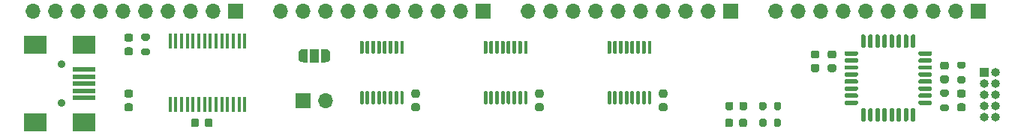
<source format=gbr>
%TF.GenerationSoftware,KiCad,Pcbnew,(5.1.9)-1*%
%TF.CreationDate,2021-05-23T15:32:32+02:00*%
%TF.ProjectId,Engine_Test,456e6769-6e65-45f5-9465-73742e6b6963,rev?*%
%TF.SameCoordinates,Original*%
%TF.FileFunction,Soldermask,Top*%
%TF.FilePolarity,Negative*%
%FSLAX46Y46*%
G04 Gerber Fmt 4.6, Leading zero omitted, Abs format (unit mm)*
G04 Created by KiCad (PCBNEW (5.1.9)-1) date 2021-05-23 15:32:32*
%MOMM*%
%LPD*%
G01*
G04 APERTURE LIST*
%ADD10C,0.900000*%
%ADD11R,2.500000X0.500000*%
%ADD12R,2.500000X2.000000*%
%ADD13O,1.700000X1.700000*%
%ADD14R,1.700000X1.700000*%
%ADD15O,1.000000X1.000000*%
%ADD16R,1.000000X1.000000*%
%ADD17R,0.450000X1.750000*%
%ADD18R,1.000000X1.500000*%
%ADD19C,0.100000*%
G04 APERTURE END LIST*
D10*
%TO.C,J2*%
X116205000Y-105705000D03*
X116205000Y-101305000D03*
D11*
X118805000Y-105105000D03*
X118805000Y-104305000D03*
X118805000Y-103505000D03*
X118805000Y-102705000D03*
X118805000Y-101905000D03*
D12*
X118805000Y-107905000D03*
X118805000Y-99105000D03*
X113305000Y-107905000D03*
X113305000Y-99105000D03*
%TD*%
D13*
%TO.C,J1*%
X146050000Y-105410000D03*
D14*
X143510000Y-105410000D03*
%TD*%
%TO.C,U1*%
G36*
G01*
X212600000Y-106420000D02*
X212600000Y-107670000D01*
G75*
G02*
X212475000Y-107795000I-125000J0D01*
G01*
X212225000Y-107795000D01*
G75*
G02*
X212100000Y-107670000I0J125000D01*
G01*
X212100000Y-106420000D01*
G75*
G02*
X212225000Y-106295000I125000J0D01*
G01*
X212475000Y-106295000D01*
G75*
G02*
X212600000Y-106420000I0J-125000D01*
G01*
G37*
G36*
G01*
X211800000Y-106420000D02*
X211800000Y-107670000D01*
G75*
G02*
X211675000Y-107795000I-125000J0D01*
G01*
X211425000Y-107795000D01*
G75*
G02*
X211300000Y-107670000I0J125000D01*
G01*
X211300000Y-106420000D01*
G75*
G02*
X211425000Y-106295000I125000J0D01*
G01*
X211675000Y-106295000D01*
G75*
G02*
X211800000Y-106420000I0J-125000D01*
G01*
G37*
G36*
G01*
X211000000Y-106420000D02*
X211000000Y-107670000D01*
G75*
G02*
X210875000Y-107795000I-125000J0D01*
G01*
X210625000Y-107795000D01*
G75*
G02*
X210500000Y-107670000I0J125000D01*
G01*
X210500000Y-106420000D01*
G75*
G02*
X210625000Y-106295000I125000J0D01*
G01*
X210875000Y-106295000D01*
G75*
G02*
X211000000Y-106420000I0J-125000D01*
G01*
G37*
G36*
G01*
X210200000Y-106420000D02*
X210200000Y-107670000D01*
G75*
G02*
X210075000Y-107795000I-125000J0D01*
G01*
X209825000Y-107795000D01*
G75*
G02*
X209700000Y-107670000I0J125000D01*
G01*
X209700000Y-106420000D01*
G75*
G02*
X209825000Y-106295000I125000J0D01*
G01*
X210075000Y-106295000D01*
G75*
G02*
X210200000Y-106420000I0J-125000D01*
G01*
G37*
G36*
G01*
X209400000Y-106420000D02*
X209400000Y-107670000D01*
G75*
G02*
X209275000Y-107795000I-125000J0D01*
G01*
X209025000Y-107795000D01*
G75*
G02*
X208900000Y-107670000I0J125000D01*
G01*
X208900000Y-106420000D01*
G75*
G02*
X209025000Y-106295000I125000J0D01*
G01*
X209275000Y-106295000D01*
G75*
G02*
X209400000Y-106420000I0J-125000D01*
G01*
G37*
G36*
G01*
X208600000Y-106420000D02*
X208600000Y-107670000D01*
G75*
G02*
X208475000Y-107795000I-125000J0D01*
G01*
X208225000Y-107795000D01*
G75*
G02*
X208100000Y-107670000I0J125000D01*
G01*
X208100000Y-106420000D01*
G75*
G02*
X208225000Y-106295000I125000J0D01*
G01*
X208475000Y-106295000D01*
G75*
G02*
X208600000Y-106420000I0J-125000D01*
G01*
G37*
G36*
G01*
X207800000Y-106420000D02*
X207800000Y-107670000D01*
G75*
G02*
X207675000Y-107795000I-125000J0D01*
G01*
X207425000Y-107795000D01*
G75*
G02*
X207300000Y-107670000I0J125000D01*
G01*
X207300000Y-106420000D01*
G75*
G02*
X207425000Y-106295000I125000J0D01*
G01*
X207675000Y-106295000D01*
G75*
G02*
X207800000Y-106420000I0J-125000D01*
G01*
G37*
G36*
G01*
X207000000Y-106420000D02*
X207000000Y-107670000D01*
G75*
G02*
X206875000Y-107795000I-125000J0D01*
G01*
X206625000Y-107795000D01*
G75*
G02*
X206500000Y-107670000I0J125000D01*
G01*
X206500000Y-106420000D01*
G75*
G02*
X206625000Y-106295000I125000J0D01*
G01*
X206875000Y-106295000D01*
G75*
G02*
X207000000Y-106420000I0J-125000D01*
G01*
G37*
G36*
G01*
X206125000Y-105545000D02*
X206125000Y-105795000D01*
G75*
G02*
X206000000Y-105920000I-125000J0D01*
G01*
X204750000Y-105920000D01*
G75*
G02*
X204625000Y-105795000I0J125000D01*
G01*
X204625000Y-105545000D01*
G75*
G02*
X204750000Y-105420000I125000J0D01*
G01*
X206000000Y-105420000D01*
G75*
G02*
X206125000Y-105545000I0J-125000D01*
G01*
G37*
G36*
G01*
X206125000Y-104745000D02*
X206125000Y-104995000D01*
G75*
G02*
X206000000Y-105120000I-125000J0D01*
G01*
X204750000Y-105120000D01*
G75*
G02*
X204625000Y-104995000I0J125000D01*
G01*
X204625000Y-104745000D01*
G75*
G02*
X204750000Y-104620000I125000J0D01*
G01*
X206000000Y-104620000D01*
G75*
G02*
X206125000Y-104745000I0J-125000D01*
G01*
G37*
G36*
G01*
X206125000Y-103945000D02*
X206125000Y-104195000D01*
G75*
G02*
X206000000Y-104320000I-125000J0D01*
G01*
X204750000Y-104320000D01*
G75*
G02*
X204625000Y-104195000I0J125000D01*
G01*
X204625000Y-103945000D01*
G75*
G02*
X204750000Y-103820000I125000J0D01*
G01*
X206000000Y-103820000D01*
G75*
G02*
X206125000Y-103945000I0J-125000D01*
G01*
G37*
G36*
G01*
X206125000Y-103145000D02*
X206125000Y-103395000D01*
G75*
G02*
X206000000Y-103520000I-125000J0D01*
G01*
X204750000Y-103520000D01*
G75*
G02*
X204625000Y-103395000I0J125000D01*
G01*
X204625000Y-103145000D01*
G75*
G02*
X204750000Y-103020000I125000J0D01*
G01*
X206000000Y-103020000D01*
G75*
G02*
X206125000Y-103145000I0J-125000D01*
G01*
G37*
G36*
G01*
X206125000Y-102345000D02*
X206125000Y-102595000D01*
G75*
G02*
X206000000Y-102720000I-125000J0D01*
G01*
X204750000Y-102720000D01*
G75*
G02*
X204625000Y-102595000I0J125000D01*
G01*
X204625000Y-102345000D01*
G75*
G02*
X204750000Y-102220000I125000J0D01*
G01*
X206000000Y-102220000D01*
G75*
G02*
X206125000Y-102345000I0J-125000D01*
G01*
G37*
G36*
G01*
X206125000Y-101545000D02*
X206125000Y-101795000D01*
G75*
G02*
X206000000Y-101920000I-125000J0D01*
G01*
X204750000Y-101920000D01*
G75*
G02*
X204625000Y-101795000I0J125000D01*
G01*
X204625000Y-101545000D01*
G75*
G02*
X204750000Y-101420000I125000J0D01*
G01*
X206000000Y-101420000D01*
G75*
G02*
X206125000Y-101545000I0J-125000D01*
G01*
G37*
G36*
G01*
X206125000Y-100745000D02*
X206125000Y-100995000D01*
G75*
G02*
X206000000Y-101120000I-125000J0D01*
G01*
X204750000Y-101120000D01*
G75*
G02*
X204625000Y-100995000I0J125000D01*
G01*
X204625000Y-100745000D01*
G75*
G02*
X204750000Y-100620000I125000J0D01*
G01*
X206000000Y-100620000D01*
G75*
G02*
X206125000Y-100745000I0J-125000D01*
G01*
G37*
G36*
G01*
X206125000Y-99945000D02*
X206125000Y-100195000D01*
G75*
G02*
X206000000Y-100320000I-125000J0D01*
G01*
X204750000Y-100320000D01*
G75*
G02*
X204625000Y-100195000I0J125000D01*
G01*
X204625000Y-99945000D01*
G75*
G02*
X204750000Y-99820000I125000J0D01*
G01*
X206000000Y-99820000D01*
G75*
G02*
X206125000Y-99945000I0J-125000D01*
G01*
G37*
G36*
G01*
X207000000Y-98070000D02*
X207000000Y-99320000D01*
G75*
G02*
X206875000Y-99445000I-125000J0D01*
G01*
X206625000Y-99445000D01*
G75*
G02*
X206500000Y-99320000I0J125000D01*
G01*
X206500000Y-98070000D01*
G75*
G02*
X206625000Y-97945000I125000J0D01*
G01*
X206875000Y-97945000D01*
G75*
G02*
X207000000Y-98070000I0J-125000D01*
G01*
G37*
G36*
G01*
X207800000Y-98070000D02*
X207800000Y-99320000D01*
G75*
G02*
X207675000Y-99445000I-125000J0D01*
G01*
X207425000Y-99445000D01*
G75*
G02*
X207300000Y-99320000I0J125000D01*
G01*
X207300000Y-98070000D01*
G75*
G02*
X207425000Y-97945000I125000J0D01*
G01*
X207675000Y-97945000D01*
G75*
G02*
X207800000Y-98070000I0J-125000D01*
G01*
G37*
G36*
G01*
X208600000Y-98070000D02*
X208600000Y-99320000D01*
G75*
G02*
X208475000Y-99445000I-125000J0D01*
G01*
X208225000Y-99445000D01*
G75*
G02*
X208100000Y-99320000I0J125000D01*
G01*
X208100000Y-98070000D01*
G75*
G02*
X208225000Y-97945000I125000J0D01*
G01*
X208475000Y-97945000D01*
G75*
G02*
X208600000Y-98070000I0J-125000D01*
G01*
G37*
G36*
G01*
X209400000Y-98070000D02*
X209400000Y-99320000D01*
G75*
G02*
X209275000Y-99445000I-125000J0D01*
G01*
X209025000Y-99445000D01*
G75*
G02*
X208900000Y-99320000I0J125000D01*
G01*
X208900000Y-98070000D01*
G75*
G02*
X209025000Y-97945000I125000J0D01*
G01*
X209275000Y-97945000D01*
G75*
G02*
X209400000Y-98070000I0J-125000D01*
G01*
G37*
G36*
G01*
X210200000Y-98070000D02*
X210200000Y-99320000D01*
G75*
G02*
X210075000Y-99445000I-125000J0D01*
G01*
X209825000Y-99445000D01*
G75*
G02*
X209700000Y-99320000I0J125000D01*
G01*
X209700000Y-98070000D01*
G75*
G02*
X209825000Y-97945000I125000J0D01*
G01*
X210075000Y-97945000D01*
G75*
G02*
X210200000Y-98070000I0J-125000D01*
G01*
G37*
G36*
G01*
X211000000Y-98070000D02*
X211000000Y-99320000D01*
G75*
G02*
X210875000Y-99445000I-125000J0D01*
G01*
X210625000Y-99445000D01*
G75*
G02*
X210500000Y-99320000I0J125000D01*
G01*
X210500000Y-98070000D01*
G75*
G02*
X210625000Y-97945000I125000J0D01*
G01*
X210875000Y-97945000D01*
G75*
G02*
X211000000Y-98070000I0J-125000D01*
G01*
G37*
G36*
G01*
X211800000Y-98070000D02*
X211800000Y-99320000D01*
G75*
G02*
X211675000Y-99445000I-125000J0D01*
G01*
X211425000Y-99445000D01*
G75*
G02*
X211300000Y-99320000I0J125000D01*
G01*
X211300000Y-98070000D01*
G75*
G02*
X211425000Y-97945000I125000J0D01*
G01*
X211675000Y-97945000D01*
G75*
G02*
X211800000Y-98070000I0J-125000D01*
G01*
G37*
G36*
G01*
X212600000Y-98070000D02*
X212600000Y-99320000D01*
G75*
G02*
X212475000Y-99445000I-125000J0D01*
G01*
X212225000Y-99445000D01*
G75*
G02*
X212100000Y-99320000I0J125000D01*
G01*
X212100000Y-98070000D01*
G75*
G02*
X212225000Y-97945000I125000J0D01*
G01*
X212475000Y-97945000D01*
G75*
G02*
X212600000Y-98070000I0J-125000D01*
G01*
G37*
G36*
G01*
X214475000Y-99945000D02*
X214475000Y-100195000D01*
G75*
G02*
X214350000Y-100320000I-125000J0D01*
G01*
X213100000Y-100320000D01*
G75*
G02*
X212975000Y-100195000I0J125000D01*
G01*
X212975000Y-99945000D01*
G75*
G02*
X213100000Y-99820000I125000J0D01*
G01*
X214350000Y-99820000D01*
G75*
G02*
X214475000Y-99945000I0J-125000D01*
G01*
G37*
G36*
G01*
X214475000Y-100745000D02*
X214475000Y-100995000D01*
G75*
G02*
X214350000Y-101120000I-125000J0D01*
G01*
X213100000Y-101120000D01*
G75*
G02*
X212975000Y-100995000I0J125000D01*
G01*
X212975000Y-100745000D01*
G75*
G02*
X213100000Y-100620000I125000J0D01*
G01*
X214350000Y-100620000D01*
G75*
G02*
X214475000Y-100745000I0J-125000D01*
G01*
G37*
G36*
G01*
X214475000Y-101545000D02*
X214475000Y-101795000D01*
G75*
G02*
X214350000Y-101920000I-125000J0D01*
G01*
X213100000Y-101920000D01*
G75*
G02*
X212975000Y-101795000I0J125000D01*
G01*
X212975000Y-101545000D01*
G75*
G02*
X213100000Y-101420000I125000J0D01*
G01*
X214350000Y-101420000D01*
G75*
G02*
X214475000Y-101545000I0J-125000D01*
G01*
G37*
G36*
G01*
X214475000Y-102345000D02*
X214475000Y-102595000D01*
G75*
G02*
X214350000Y-102720000I-125000J0D01*
G01*
X213100000Y-102720000D01*
G75*
G02*
X212975000Y-102595000I0J125000D01*
G01*
X212975000Y-102345000D01*
G75*
G02*
X213100000Y-102220000I125000J0D01*
G01*
X214350000Y-102220000D01*
G75*
G02*
X214475000Y-102345000I0J-125000D01*
G01*
G37*
G36*
G01*
X214475000Y-103145000D02*
X214475000Y-103395000D01*
G75*
G02*
X214350000Y-103520000I-125000J0D01*
G01*
X213100000Y-103520000D01*
G75*
G02*
X212975000Y-103395000I0J125000D01*
G01*
X212975000Y-103145000D01*
G75*
G02*
X213100000Y-103020000I125000J0D01*
G01*
X214350000Y-103020000D01*
G75*
G02*
X214475000Y-103145000I0J-125000D01*
G01*
G37*
G36*
G01*
X214475000Y-103945000D02*
X214475000Y-104195000D01*
G75*
G02*
X214350000Y-104320000I-125000J0D01*
G01*
X213100000Y-104320000D01*
G75*
G02*
X212975000Y-104195000I0J125000D01*
G01*
X212975000Y-103945000D01*
G75*
G02*
X213100000Y-103820000I125000J0D01*
G01*
X214350000Y-103820000D01*
G75*
G02*
X214475000Y-103945000I0J-125000D01*
G01*
G37*
G36*
G01*
X214475000Y-104745000D02*
X214475000Y-104995000D01*
G75*
G02*
X214350000Y-105120000I-125000J0D01*
G01*
X213100000Y-105120000D01*
G75*
G02*
X212975000Y-104995000I0J125000D01*
G01*
X212975000Y-104745000D01*
G75*
G02*
X213100000Y-104620000I125000J0D01*
G01*
X214350000Y-104620000D01*
G75*
G02*
X214475000Y-104745000I0J-125000D01*
G01*
G37*
G36*
G01*
X214475000Y-105545000D02*
X214475000Y-105795000D01*
G75*
G02*
X214350000Y-105920000I-125000J0D01*
G01*
X213100000Y-105920000D01*
G75*
G02*
X212975000Y-105795000I0J125000D01*
G01*
X212975000Y-105545000D01*
G75*
G02*
X213100000Y-105420000I125000J0D01*
G01*
X214350000Y-105420000D01*
G75*
G02*
X214475000Y-105545000I0J-125000D01*
G01*
G37*
%TD*%
D15*
%TO.C,J3*%
X221615000Y-107315000D03*
X220345000Y-107315000D03*
X221615000Y-106045000D03*
X220345000Y-106045000D03*
X221615000Y-104775000D03*
X220345000Y-104775000D03*
X221615000Y-103505000D03*
X220345000Y-103505000D03*
X221615000Y-102235000D03*
D16*
X220345000Y-102235000D03*
%TD*%
%TO.C,U5*%
G36*
G01*
X168545000Y-104360000D02*
X168745000Y-104360000D01*
G75*
G02*
X168845000Y-104460000I0J-100000D01*
G01*
X168845000Y-105735000D01*
G75*
G02*
X168745000Y-105835000I-100000J0D01*
G01*
X168545000Y-105835000D01*
G75*
G02*
X168445000Y-105735000I0J100000D01*
G01*
X168445000Y-104460000D01*
G75*
G02*
X168545000Y-104360000I100000J0D01*
G01*
G37*
G36*
G01*
X167895000Y-104360000D02*
X168095000Y-104360000D01*
G75*
G02*
X168195000Y-104460000I0J-100000D01*
G01*
X168195000Y-105735000D01*
G75*
G02*
X168095000Y-105835000I-100000J0D01*
G01*
X167895000Y-105835000D01*
G75*
G02*
X167795000Y-105735000I0J100000D01*
G01*
X167795000Y-104460000D01*
G75*
G02*
X167895000Y-104360000I100000J0D01*
G01*
G37*
G36*
G01*
X167245000Y-104360000D02*
X167445000Y-104360000D01*
G75*
G02*
X167545000Y-104460000I0J-100000D01*
G01*
X167545000Y-105735000D01*
G75*
G02*
X167445000Y-105835000I-100000J0D01*
G01*
X167245000Y-105835000D01*
G75*
G02*
X167145000Y-105735000I0J100000D01*
G01*
X167145000Y-104460000D01*
G75*
G02*
X167245000Y-104360000I100000J0D01*
G01*
G37*
G36*
G01*
X166595000Y-104360000D02*
X166795000Y-104360000D01*
G75*
G02*
X166895000Y-104460000I0J-100000D01*
G01*
X166895000Y-105735000D01*
G75*
G02*
X166795000Y-105835000I-100000J0D01*
G01*
X166595000Y-105835000D01*
G75*
G02*
X166495000Y-105735000I0J100000D01*
G01*
X166495000Y-104460000D01*
G75*
G02*
X166595000Y-104360000I100000J0D01*
G01*
G37*
G36*
G01*
X165945000Y-104360000D02*
X166145000Y-104360000D01*
G75*
G02*
X166245000Y-104460000I0J-100000D01*
G01*
X166245000Y-105735000D01*
G75*
G02*
X166145000Y-105835000I-100000J0D01*
G01*
X165945000Y-105835000D01*
G75*
G02*
X165845000Y-105735000I0J100000D01*
G01*
X165845000Y-104460000D01*
G75*
G02*
X165945000Y-104360000I100000J0D01*
G01*
G37*
G36*
G01*
X165295000Y-104360000D02*
X165495000Y-104360000D01*
G75*
G02*
X165595000Y-104460000I0J-100000D01*
G01*
X165595000Y-105735000D01*
G75*
G02*
X165495000Y-105835000I-100000J0D01*
G01*
X165295000Y-105835000D01*
G75*
G02*
X165195000Y-105735000I0J100000D01*
G01*
X165195000Y-104460000D01*
G75*
G02*
X165295000Y-104360000I100000J0D01*
G01*
G37*
G36*
G01*
X164645000Y-104360000D02*
X164845000Y-104360000D01*
G75*
G02*
X164945000Y-104460000I0J-100000D01*
G01*
X164945000Y-105735000D01*
G75*
G02*
X164845000Y-105835000I-100000J0D01*
G01*
X164645000Y-105835000D01*
G75*
G02*
X164545000Y-105735000I0J100000D01*
G01*
X164545000Y-104460000D01*
G75*
G02*
X164645000Y-104360000I100000J0D01*
G01*
G37*
G36*
G01*
X163995000Y-104360000D02*
X164195000Y-104360000D01*
G75*
G02*
X164295000Y-104460000I0J-100000D01*
G01*
X164295000Y-105735000D01*
G75*
G02*
X164195000Y-105835000I-100000J0D01*
G01*
X163995000Y-105835000D01*
G75*
G02*
X163895000Y-105735000I0J100000D01*
G01*
X163895000Y-104460000D01*
G75*
G02*
X163995000Y-104360000I100000J0D01*
G01*
G37*
G36*
G01*
X163995000Y-98635000D02*
X164195000Y-98635000D01*
G75*
G02*
X164295000Y-98735000I0J-100000D01*
G01*
X164295000Y-100010000D01*
G75*
G02*
X164195000Y-100110000I-100000J0D01*
G01*
X163995000Y-100110000D01*
G75*
G02*
X163895000Y-100010000I0J100000D01*
G01*
X163895000Y-98735000D01*
G75*
G02*
X163995000Y-98635000I100000J0D01*
G01*
G37*
G36*
G01*
X164645000Y-98635000D02*
X164845000Y-98635000D01*
G75*
G02*
X164945000Y-98735000I0J-100000D01*
G01*
X164945000Y-100010000D01*
G75*
G02*
X164845000Y-100110000I-100000J0D01*
G01*
X164645000Y-100110000D01*
G75*
G02*
X164545000Y-100010000I0J100000D01*
G01*
X164545000Y-98735000D01*
G75*
G02*
X164645000Y-98635000I100000J0D01*
G01*
G37*
G36*
G01*
X165295000Y-98635000D02*
X165495000Y-98635000D01*
G75*
G02*
X165595000Y-98735000I0J-100000D01*
G01*
X165595000Y-100010000D01*
G75*
G02*
X165495000Y-100110000I-100000J0D01*
G01*
X165295000Y-100110000D01*
G75*
G02*
X165195000Y-100010000I0J100000D01*
G01*
X165195000Y-98735000D01*
G75*
G02*
X165295000Y-98635000I100000J0D01*
G01*
G37*
G36*
G01*
X165945000Y-98635000D02*
X166145000Y-98635000D01*
G75*
G02*
X166245000Y-98735000I0J-100000D01*
G01*
X166245000Y-100010000D01*
G75*
G02*
X166145000Y-100110000I-100000J0D01*
G01*
X165945000Y-100110000D01*
G75*
G02*
X165845000Y-100010000I0J100000D01*
G01*
X165845000Y-98735000D01*
G75*
G02*
X165945000Y-98635000I100000J0D01*
G01*
G37*
G36*
G01*
X166595000Y-98635000D02*
X166795000Y-98635000D01*
G75*
G02*
X166895000Y-98735000I0J-100000D01*
G01*
X166895000Y-100010000D01*
G75*
G02*
X166795000Y-100110000I-100000J0D01*
G01*
X166595000Y-100110000D01*
G75*
G02*
X166495000Y-100010000I0J100000D01*
G01*
X166495000Y-98735000D01*
G75*
G02*
X166595000Y-98635000I100000J0D01*
G01*
G37*
G36*
G01*
X167245000Y-98635000D02*
X167445000Y-98635000D01*
G75*
G02*
X167545000Y-98735000I0J-100000D01*
G01*
X167545000Y-100010000D01*
G75*
G02*
X167445000Y-100110000I-100000J0D01*
G01*
X167245000Y-100110000D01*
G75*
G02*
X167145000Y-100010000I0J100000D01*
G01*
X167145000Y-98735000D01*
G75*
G02*
X167245000Y-98635000I100000J0D01*
G01*
G37*
G36*
G01*
X167895000Y-98635000D02*
X168095000Y-98635000D01*
G75*
G02*
X168195000Y-98735000I0J-100000D01*
G01*
X168195000Y-100010000D01*
G75*
G02*
X168095000Y-100110000I-100000J0D01*
G01*
X167895000Y-100110000D01*
G75*
G02*
X167795000Y-100010000I0J100000D01*
G01*
X167795000Y-98735000D01*
G75*
G02*
X167895000Y-98635000I100000J0D01*
G01*
G37*
G36*
G01*
X168545000Y-98635000D02*
X168745000Y-98635000D01*
G75*
G02*
X168845000Y-98735000I0J-100000D01*
G01*
X168845000Y-100010000D01*
G75*
G02*
X168745000Y-100110000I-100000J0D01*
G01*
X168545000Y-100110000D01*
G75*
G02*
X168445000Y-100010000I0J100000D01*
G01*
X168445000Y-98735000D01*
G75*
G02*
X168545000Y-98635000I100000J0D01*
G01*
G37*
%TD*%
%TO.C,U4*%
G36*
G01*
X182515000Y-104360000D02*
X182715000Y-104360000D01*
G75*
G02*
X182815000Y-104460000I0J-100000D01*
G01*
X182815000Y-105735000D01*
G75*
G02*
X182715000Y-105835000I-100000J0D01*
G01*
X182515000Y-105835000D01*
G75*
G02*
X182415000Y-105735000I0J100000D01*
G01*
X182415000Y-104460000D01*
G75*
G02*
X182515000Y-104360000I100000J0D01*
G01*
G37*
G36*
G01*
X181865000Y-104360000D02*
X182065000Y-104360000D01*
G75*
G02*
X182165000Y-104460000I0J-100000D01*
G01*
X182165000Y-105735000D01*
G75*
G02*
X182065000Y-105835000I-100000J0D01*
G01*
X181865000Y-105835000D01*
G75*
G02*
X181765000Y-105735000I0J100000D01*
G01*
X181765000Y-104460000D01*
G75*
G02*
X181865000Y-104360000I100000J0D01*
G01*
G37*
G36*
G01*
X181215000Y-104360000D02*
X181415000Y-104360000D01*
G75*
G02*
X181515000Y-104460000I0J-100000D01*
G01*
X181515000Y-105735000D01*
G75*
G02*
X181415000Y-105835000I-100000J0D01*
G01*
X181215000Y-105835000D01*
G75*
G02*
X181115000Y-105735000I0J100000D01*
G01*
X181115000Y-104460000D01*
G75*
G02*
X181215000Y-104360000I100000J0D01*
G01*
G37*
G36*
G01*
X180565000Y-104360000D02*
X180765000Y-104360000D01*
G75*
G02*
X180865000Y-104460000I0J-100000D01*
G01*
X180865000Y-105735000D01*
G75*
G02*
X180765000Y-105835000I-100000J0D01*
G01*
X180565000Y-105835000D01*
G75*
G02*
X180465000Y-105735000I0J100000D01*
G01*
X180465000Y-104460000D01*
G75*
G02*
X180565000Y-104360000I100000J0D01*
G01*
G37*
G36*
G01*
X179915000Y-104360000D02*
X180115000Y-104360000D01*
G75*
G02*
X180215000Y-104460000I0J-100000D01*
G01*
X180215000Y-105735000D01*
G75*
G02*
X180115000Y-105835000I-100000J0D01*
G01*
X179915000Y-105835000D01*
G75*
G02*
X179815000Y-105735000I0J100000D01*
G01*
X179815000Y-104460000D01*
G75*
G02*
X179915000Y-104360000I100000J0D01*
G01*
G37*
G36*
G01*
X179265000Y-104360000D02*
X179465000Y-104360000D01*
G75*
G02*
X179565000Y-104460000I0J-100000D01*
G01*
X179565000Y-105735000D01*
G75*
G02*
X179465000Y-105835000I-100000J0D01*
G01*
X179265000Y-105835000D01*
G75*
G02*
X179165000Y-105735000I0J100000D01*
G01*
X179165000Y-104460000D01*
G75*
G02*
X179265000Y-104360000I100000J0D01*
G01*
G37*
G36*
G01*
X178615000Y-104360000D02*
X178815000Y-104360000D01*
G75*
G02*
X178915000Y-104460000I0J-100000D01*
G01*
X178915000Y-105735000D01*
G75*
G02*
X178815000Y-105835000I-100000J0D01*
G01*
X178615000Y-105835000D01*
G75*
G02*
X178515000Y-105735000I0J100000D01*
G01*
X178515000Y-104460000D01*
G75*
G02*
X178615000Y-104360000I100000J0D01*
G01*
G37*
G36*
G01*
X177965000Y-104360000D02*
X178165000Y-104360000D01*
G75*
G02*
X178265000Y-104460000I0J-100000D01*
G01*
X178265000Y-105735000D01*
G75*
G02*
X178165000Y-105835000I-100000J0D01*
G01*
X177965000Y-105835000D01*
G75*
G02*
X177865000Y-105735000I0J100000D01*
G01*
X177865000Y-104460000D01*
G75*
G02*
X177965000Y-104360000I100000J0D01*
G01*
G37*
G36*
G01*
X177965000Y-98635000D02*
X178165000Y-98635000D01*
G75*
G02*
X178265000Y-98735000I0J-100000D01*
G01*
X178265000Y-100010000D01*
G75*
G02*
X178165000Y-100110000I-100000J0D01*
G01*
X177965000Y-100110000D01*
G75*
G02*
X177865000Y-100010000I0J100000D01*
G01*
X177865000Y-98735000D01*
G75*
G02*
X177965000Y-98635000I100000J0D01*
G01*
G37*
G36*
G01*
X178615000Y-98635000D02*
X178815000Y-98635000D01*
G75*
G02*
X178915000Y-98735000I0J-100000D01*
G01*
X178915000Y-100010000D01*
G75*
G02*
X178815000Y-100110000I-100000J0D01*
G01*
X178615000Y-100110000D01*
G75*
G02*
X178515000Y-100010000I0J100000D01*
G01*
X178515000Y-98735000D01*
G75*
G02*
X178615000Y-98635000I100000J0D01*
G01*
G37*
G36*
G01*
X179265000Y-98635000D02*
X179465000Y-98635000D01*
G75*
G02*
X179565000Y-98735000I0J-100000D01*
G01*
X179565000Y-100010000D01*
G75*
G02*
X179465000Y-100110000I-100000J0D01*
G01*
X179265000Y-100110000D01*
G75*
G02*
X179165000Y-100010000I0J100000D01*
G01*
X179165000Y-98735000D01*
G75*
G02*
X179265000Y-98635000I100000J0D01*
G01*
G37*
G36*
G01*
X179915000Y-98635000D02*
X180115000Y-98635000D01*
G75*
G02*
X180215000Y-98735000I0J-100000D01*
G01*
X180215000Y-100010000D01*
G75*
G02*
X180115000Y-100110000I-100000J0D01*
G01*
X179915000Y-100110000D01*
G75*
G02*
X179815000Y-100010000I0J100000D01*
G01*
X179815000Y-98735000D01*
G75*
G02*
X179915000Y-98635000I100000J0D01*
G01*
G37*
G36*
G01*
X180565000Y-98635000D02*
X180765000Y-98635000D01*
G75*
G02*
X180865000Y-98735000I0J-100000D01*
G01*
X180865000Y-100010000D01*
G75*
G02*
X180765000Y-100110000I-100000J0D01*
G01*
X180565000Y-100110000D01*
G75*
G02*
X180465000Y-100010000I0J100000D01*
G01*
X180465000Y-98735000D01*
G75*
G02*
X180565000Y-98635000I100000J0D01*
G01*
G37*
G36*
G01*
X181215000Y-98635000D02*
X181415000Y-98635000D01*
G75*
G02*
X181515000Y-98735000I0J-100000D01*
G01*
X181515000Y-100010000D01*
G75*
G02*
X181415000Y-100110000I-100000J0D01*
G01*
X181215000Y-100110000D01*
G75*
G02*
X181115000Y-100010000I0J100000D01*
G01*
X181115000Y-98735000D01*
G75*
G02*
X181215000Y-98635000I100000J0D01*
G01*
G37*
G36*
G01*
X181865000Y-98635000D02*
X182065000Y-98635000D01*
G75*
G02*
X182165000Y-98735000I0J-100000D01*
G01*
X182165000Y-100010000D01*
G75*
G02*
X182065000Y-100110000I-100000J0D01*
G01*
X181865000Y-100110000D01*
G75*
G02*
X181765000Y-100010000I0J100000D01*
G01*
X181765000Y-98735000D01*
G75*
G02*
X181865000Y-98635000I100000J0D01*
G01*
G37*
G36*
G01*
X182515000Y-98635000D02*
X182715000Y-98635000D01*
G75*
G02*
X182815000Y-98735000I0J-100000D01*
G01*
X182815000Y-100010000D01*
G75*
G02*
X182715000Y-100110000I-100000J0D01*
G01*
X182515000Y-100110000D01*
G75*
G02*
X182415000Y-100010000I0J100000D01*
G01*
X182415000Y-98735000D01*
G75*
G02*
X182515000Y-98635000I100000J0D01*
G01*
G37*
%TD*%
%TO.C,U3*%
G36*
G01*
X154575000Y-104360000D02*
X154775000Y-104360000D01*
G75*
G02*
X154875000Y-104460000I0J-100000D01*
G01*
X154875000Y-105735000D01*
G75*
G02*
X154775000Y-105835000I-100000J0D01*
G01*
X154575000Y-105835000D01*
G75*
G02*
X154475000Y-105735000I0J100000D01*
G01*
X154475000Y-104460000D01*
G75*
G02*
X154575000Y-104360000I100000J0D01*
G01*
G37*
G36*
G01*
X153925000Y-104360000D02*
X154125000Y-104360000D01*
G75*
G02*
X154225000Y-104460000I0J-100000D01*
G01*
X154225000Y-105735000D01*
G75*
G02*
X154125000Y-105835000I-100000J0D01*
G01*
X153925000Y-105835000D01*
G75*
G02*
X153825000Y-105735000I0J100000D01*
G01*
X153825000Y-104460000D01*
G75*
G02*
X153925000Y-104360000I100000J0D01*
G01*
G37*
G36*
G01*
X153275000Y-104360000D02*
X153475000Y-104360000D01*
G75*
G02*
X153575000Y-104460000I0J-100000D01*
G01*
X153575000Y-105735000D01*
G75*
G02*
X153475000Y-105835000I-100000J0D01*
G01*
X153275000Y-105835000D01*
G75*
G02*
X153175000Y-105735000I0J100000D01*
G01*
X153175000Y-104460000D01*
G75*
G02*
X153275000Y-104360000I100000J0D01*
G01*
G37*
G36*
G01*
X152625000Y-104360000D02*
X152825000Y-104360000D01*
G75*
G02*
X152925000Y-104460000I0J-100000D01*
G01*
X152925000Y-105735000D01*
G75*
G02*
X152825000Y-105835000I-100000J0D01*
G01*
X152625000Y-105835000D01*
G75*
G02*
X152525000Y-105735000I0J100000D01*
G01*
X152525000Y-104460000D01*
G75*
G02*
X152625000Y-104360000I100000J0D01*
G01*
G37*
G36*
G01*
X151975000Y-104360000D02*
X152175000Y-104360000D01*
G75*
G02*
X152275000Y-104460000I0J-100000D01*
G01*
X152275000Y-105735000D01*
G75*
G02*
X152175000Y-105835000I-100000J0D01*
G01*
X151975000Y-105835000D01*
G75*
G02*
X151875000Y-105735000I0J100000D01*
G01*
X151875000Y-104460000D01*
G75*
G02*
X151975000Y-104360000I100000J0D01*
G01*
G37*
G36*
G01*
X151325000Y-104360000D02*
X151525000Y-104360000D01*
G75*
G02*
X151625000Y-104460000I0J-100000D01*
G01*
X151625000Y-105735000D01*
G75*
G02*
X151525000Y-105835000I-100000J0D01*
G01*
X151325000Y-105835000D01*
G75*
G02*
X151225000Y-105735000I0J100000D01*
G01*
X151225000Y-104460000D01*
G75*
G02*
X151325000Y-104360000I100000J0D01*
G01*
G37*
G36*
G01*
X150675000Y-104360000D02*
X150875000Y-104360000D01*
G75*
G02*
X150975000Y-104460000I0J-100000D01*
G01*
X150975000Y-105735000D01*
G75*
G02*
X150875000Y-105835000I-100000J0D01*
G01*
X150675000Y-105835000D01*
G75*
G02*
X150575000Y-105735000I0J100000D01*
G01*
X150575000Y-104460000D01*
G75*
G02*
X150675000Y-104360000I100000J0D01*
G01*
G37*
G36*
G01*
X150025000Y-104360000D02*
X150225000Y-104360000D01*
G75*
G02*
X150325000Y-104460000I0J-100000D01*
G01*
X150325000Y-105735000D01*
G75*
G02*
X150225000Y-105835000I-100000J0D01*
G01*
X150025000Y-105835000D01*
G75*
G02*
X149925000Y-105735000I0J100000D01*
G01*
X149925000Y-104460000D01*
G75*
G02*
X150025000Y-104360000I100000J0D01*
G01*
G37*
G36*
G01*
X150025000Y-98635000D02*
X150225000Y-98635000D01*
G75*
G02*
X150325000Y-98735000I0J-100000D01*
G01*
X150325000Y-100010000D01*
G75*
G02*
X150225000Y-100110000I-100000J0D01*
G01*
X150025000Y-100110000D01*
G75*
G02*
X149925000Y-100010000I0J100000D01*
G01*
X149925000Y-98735000D01*
G75*
G02*
X150025000Y-98635000I100000J0D01*
G01*
G37*
G36*
G01*
X150675000Y-98635000D02*
X150875000Y-98635000D01*
G75*
G02*
X150975000Y-98735000I0J-100000D01*
G01*
X150975000Y-100010000D01*
G75*
G02*
X150875000Y-100110000I-100000J0D01*
G01*
X150675000Y-100110000D01*
G75*
G02*
X150575000Y-100010000I0J100000D01*
G01*
X150575000Y-98735000D01*
G75*
G02*
X150675000Y-98635000I100000J0D01*
G01*
G37*
G36*
G01*
X151325000Y-98635000D02*
X151525000Y-98635000D01*
G75*
G02*
X151625000Y-98735000I0J-100000D01*
G01*
X151625000Y-100010000D01*
G75*
G02*
X151525000Y-100110000I-100000J0D01*
G01*
X151325000Y-100110000D01*
G75*
G02*
X151225000Y-100010000I0J100000D01*
G01*
X151225000Y-98735000D01*
G75*
G02*
X151325000Y-98635000I100000J0D01*
G01*
G37*
G36*
G01*
X151975000Y-98635000D02*
X152175000Y-98635000D01*
G75*
G02*
X152275000Y-98735000I0J-100000D01*
G01*
X152275000Y-100010000D01*
G75*
G02*
X152175000Y-100110000I-100000J0D01*
G01*
X151975000Y-100110000D01*
G75*
G02*
X151875000Y-100010000I0J100000D01*
G01*
X151875000Y-98735000D01*
G75*
G02*
X151975000Y-98635000I100000J0D01*
G01*
G37*
G36*
G01*
X152625000Y-98635000D02*
X152825000Y-98635000D01*
G75*
G02*
X152925000Y-98735000I0J-100000D01*
G01*
X152925000Y-100010000D01*
G75*
G02*
X152825000Y-100110000I-100000J0D01*
G01*
X152625000Y-100110000D01*
G75*
G02*
X152525000Y-100010000I0J100000D01*
G01*
X152525000Y-98735000D01*
G75*
G02*
X152625000Y-98635000I100000J0D01*
G01*
G37*
G36*
G01*
X153275000Y-98635000D02*
X153475000Y-98635000D01*
G75*
G02*
X153575000Y-98735000I0J-100000D01*
G01*
X153575000Y-100010000D01*
G75*
G02*
X153475000Y-100110000I-100000J0D01*
G01*
X153275000Y-100110000D01*
G75*
G02*
X153175000Y-100010000I0J100000D01*
G01*
X153175000Y-98735000D01*
G75*
G02*
X153275000Y-98635000I100000J0D01*
G01*
G37*
G36*
G01*
X153925000Y-98635000D02*
X154125000Y-98635000D01*
G75*
G02*
X154225000Y-98735000I0J-100000D01*
G01*
X154225000Y-100010000D01*
G75*
G02*
X154125000Y-100110000I-100000J0D01*
G01*
X153925000Y-100110000D01*
G75*
G02*
X153825000Y-100010000I0J100000D01*
G01*
X153825000Y-98735000D01*
G75*
G02*
X153925000Y-98635000I100000J0D01*
G01*
G37*
G36*
G01*
X154575000Y-98635000D02*
X154775000Y-98635000D01*
G75*
G02*
X154875000Y-98735000I0J-100000D01*
G01*
X154875000Y-100010000D01*
G75*
G02*
X154775000Y-100110000I-100000J0D01*
G01*
X154575000Y-100110000D01*
G75*
G02*
X154475000Y-100010000I0J100000D01*
G01*
X154475000Y-98735000D01*
G75*
G02*
X154575000Y-98635000I100000J0D01*
G01*
G37*
%TD*%
D17*
%TO.C,U2*%
X136940000Y-105835000D03*
X136290000Y-105835000D03*
X135640000Y-105835000D03*
X134990000Y-105835000D03*
X134340000Y-105835000D03*
X133690000Y-105835000D03*
X133040000Y-105835000D03*
X132390000Y-105835000D03*
X131740000Y-105835000D03*
X131090000Y-105835000D03*
X130440000Y-105835000D03*
X129790000Y-105835000D03*
X129140000Y-105835000D03*
X128490000Y-105835000D03*
X128490000Y-98635000D03*
X129140000Y-98635000D03*
X129790000Y-98635000D03*
X130440000Y-98635000D03*
X131090000Y-98635000D03*
X131740000Y-98635000D03*
X132390000Y-98635000D03*
X133040000Y-98635000D03*
X133690000Y-98635000D03*
X134340000Y-98635000D03*
X134990000Y-98635000D03*
X135640000Y-98635000D03*
X136290000Y-98635000D03*
X136940000Y-98635000D03*
%TD*%
%TO.C,R7*%
G36*
G01*
X195790000Y-107675000D02*
X195790000Y-108225000D01*
G75*
G02*
X195590000Y-108425000I-200000J0D01*
G01*
X195190000Y-108425000D01*
G75*
G02*
X194990000Y-108225000I0J200000D01*
G01*
X194990000Y-107675000D01*
G75*
G02*
X195190000Y-107475000I200000J0D01*
G01*
X195590000Y-107475000D01*
G75*
G02*
X195790000Y-107675000I0J-200000D01*
G01*
G37*
G36*
G01*
X197440000Y-107675000D02*
X197440000Y-108225000D01*
G75*
G02*
X197240000Y-108425000I-200000J0D01*
G01*
X196840000Y-108425000D01*
G75*
G02*
X196640000Y-108225000I0J200000D01*
G01*
X196640000Y-107675000D01*
G75*
G02*
X196840000Y-107475000I200000J0D01*
G01*
X197240000Y-107475000D01*
G75*
G02*
X197440000Y-107675000I0J-200000D01*
G01*
G37*
%TD*%
%TO.C,R6*%
G36*
G01*
X195790000Y-105770000D02*
X195790000Y-106320000D01*
G75*
G02*
X195590000Y-106520000I-200000J0D01*
G01*
X195190000Y-106520000D01*
G75*
G02*
X194990000Y-106320000I0J200000D01*
G01*
X194990000Y-105770000D01*
G75*
G02*
X195190000Y-105570000I200000J0D01*
G01*
X195590000Y-105570000D01*
G75*
G02*
X195790000Y-105770000I0J-200000D01*
G01*
G37*
G36*
G01*
X197440000Y-105770000D02*
X197440000Y-106320000D01*
G75*
G02*
X197240000Y-106520000I-200000J0D01*
G01*
X196840000Y-106520000D01*
G75*
G02*
X196640000Y-106320000I0J200000D01*
G01*
X196640000Y-105770000D01*
G75*
G02*
X196840000Y-105570000I200000J0D01*
G01*
X197240000Y-105570000D01*
G75*
G02*
X197440000Y-105770000I0J-200000D01*
G01*
G37*
%TD*%
%TO.C,R5*%
G36*
G01*
X126005000Y-98635000D02*
X125455000Y-98635000D01*
G75*
G02*
X125255000Y-98435000I0J200000D01*
G01*
X125255000Y-98035000D01*
G75*
G02*
X125455000Y-97835000I200000J0D01*
G01*
X126005000Y-97835000D01*
G75*
G02*
X126205000Y-98035000I0J-200000D01*
G01*
X126205000Y-98435000D01*
G75*
G02*
X126005000Y-98635000I-200000J0D01*
G01*
G37*
G36*
G01*
X126005000Y-100285000D02*
X125455000Y-100285000D01*
G75*
G02*
X125255000Y-100085000I0J200000D01*
G01*
X125255000Y-99685000D01*
G75*
G02*
X125455000Y-99485000I200000J0D01*
G01*
X126005000Y-99485000D01*
G75*
G02*
X126205000Y-99685000I0J-200000D01*
G01*
X126205000Y-100085000D01*
G75*
G02*
X126005000Y-100285000I-200000J0D01*
G01*
G37*
%TD*%
%TO.C,R2*%
G36*
G01*
X216175000Y-104985000D02*
X215625000Y-104985000D01*
G75*
G02*
X215425000Y-104785000I0J200000D01*
G01*
X215425000Y-104385000D01*
G75*
G02*
X215625000Y-104185000I200000J0D01*
G01*
X216175000Y-104185000D01*
G75*
G02*
X216375000Y-104385000I0J-200000D01*
G01*
X216375000Y-104785000D01*
G75*
G02*
X216175000Y-104985000I-200000J0D01*
G01*
G37*
G36*
G01*
X216175000Y-106635000D02*
X215625000Y-106635000D01*
G75*
G02*
X215425000Y-106435000I0J200000D01*
G01*
X215425000Y-106035000D01*
G75*
G02*
X215625000Y-105835000I200000J0D01*
G01*
X216175000Y-105835000D01*
G75*
G02*
X216375000Y-106035000I0J-200000D01*
G01*
X216375000Y-106435000D01*
G75*
G02*
X216175000Y-106635000I-200000J0D01*
G01*
G37*
%TD*%
%TO.C,R1*%
G36*
G01*
X217530000Y-102660000D02*
X218080000Y-102660000D01*
G75*
G02*
X218280000Y-102860000I0J-200000D01*
G01*
X218280000Y-103260000D01*
G75*
G02*
X218080000Y-103460000I-200000J0D01*
G01*
X217530000Y-103460000D01*
G75*
G02*
X217330000Y-103260000I0J200000D01*
G01*
X217330000Y-102860000D01*
G75*
G02*
X217530000Y-102660000I200000J0D01*
G01*
G37*
G36*
G01*
X217530000Y-101010000D02*
X218080000Y-101010000D01*
G75*
G02*
X218280000Y-101210000I0J-200000D01*
G01*
X218280000Y-101610000D01*
G75*
G02*
X218080000Y-101810000I-200000J0D01*
G01*
X217530000Y-101810000D01*
G75*
G02*
X217330000Y-101610000I0J200000D01*
G01*
X217330000Y-101210000D01*
G75*
G02*
X217530000Y-101010000I200000J0D01*
G01*
G37*
%TD*%
D18*
%TO.C,JP1*%
X144780000Y-100330000D03*
D19*
G36*
X146080000Y-99580602D02*
G01*
X146104534Y-99580602D01*
X146153365Y-99585412D01*
X146201490Y-99594984D01*
X146248445Y-99609228D01*
X146293778Y-99628005D01*
X146337051Y-99651136D01*
X146377850Y-99678396D01*
X146415779Y-99709524D01*
X146450476Y-99744221D01*
X146481604Y-99782150D01*
X146508864Y-99822949D01*
X146531995Y-99866222D01*
X146550772Y-99911555D01*
X146565016Y-99958510D01*
X146574588Y-100006635D01*
X146579398Y-100055466D01*
X146579398Y-100080000D01*
X146580000Y-100080000D01*
X146580000Y-100580000D01*
X146579398Y-100580000D01*
X146579398Y-100604534D01*
X146574588Y-100653365D01*
X146565016Y-100701490D01*
X146550772Y-100748445D01*
X146531995Y-100793778D01*
X146508864Y-100837051D01*
X146481604Y-100877850D01*
X146450476Y-100915779D01*
X146415779Y-100950476D01*
X146377850Y-100981604D01*
X146337051Y-101008864D01*
X146293778Y-101031995D01*
X146248445Y-101050772D01*
X146201490Y-101065016D01*
X146153365Y-101074588D01*
X146104534Y-101079398D01*
X146080000Y-101079398D01*
X146080000Y-101080000D01*
X145530000Y-101080000D01*
X145530000Y-99580000D01*
X146080000Y-99580000D01*
X146080000Y-99580602D01*
G37*
G36*
X144030000Y-101080000D02*
G01*
X143480000Y-101080000D01*
X143480000Y-101079398D01*
X143455466Y-101079398D01*
X143406635Y-101074588D01*
X143358510Y-101065016D01*
X143311555Y-101050772D01*
X143266222Y-101031995D01*
X143222949Y-101008864D01*
X143182150Y-100981604D01*
X143144221Y-100950476D01*
X143109524Y-100915779D01*
X143078396Y-100877850D01*
X143051136Y-100837051D01*
X143028005Y-100793778D01*
X143009228Y-100748445D01*
X142994984Y-100701490D01*
X142985412Y-100653365D01*
X142980602Y-100604534D01*
X142980602Y-100580000D01*
X142980000Y-100580000D01*
X142980000Y-100080000D01*
X142980602Y-100080000D01*
X142980602Y-100055466D01*
X142985412Y-100006635D01*
X142994984Y-99958510D01*
X143009228Y-99911555D01*
X143028005Y-99866222D01*
X143051136Y-99822949D01*
X143078396Y-99782150D01*
X143109524Y-99744221D01*
X143144221Y-99709524D01*
X143182150Y-99678396D01*
X143222949Y-99651136D01*
X143266222Y-99628005D01*
X143311555Y-99609228D01*
X143358510Y-99594984D01*
X143406635Y-99585412D01*
X143455466Y-99580602D01*
X143480000Y-99580602D01*
X143480000Y-99580000D01*
X144030000Y-99580000D01*
X144030000Y-101080000D01*
G37*
%TD*%
D13*
%TO.C,J7*%
X113030000Y-95250000D03*
X115570000Y-95250000D03*
X118110000Y-95250000D03*
X120650000Y-95250000D03*
X123190000Y-95250000D03*
X125730000Y-95250000D03*
X128270000Y-95250000D03*
X130810000Y-95250000D03*
X133350000Y-95250000D03*
D14*
X135890000Y-95250000D03*
%TD*%
D13*
%TO.C,J6*%
X196850000Y-95250000D03*
X199390000Y-95250000D03*
X201930000Y-95250000D03*
X204470000Y-95250000D03*
X207010000Y-95250000D03*
X209550000Y-95250000D03*
X212090000Y-95250000D03*
X214630000Y-95250000D03*
X217170000Y-95250000D03*
D14*
X219710000Y-95250000D03*
%TD*%
D13*
%TO.C,J5*%
X168910000Y-95250000D03*
X171450000Y-95250000D03*
X173990000Y-95250000D03*
X176530000Y-95250000D03*
X179070000Y-95250000D03*
X181610000Y-95250000D03*
X184150000Y-95250000D03*
X186690000Y-95250000D03*
X189230000Y-95250000D03*
D14*
X191770000Y-95250000D03*
%TD*%
D13*
%TO.C,J4*%
X140970000Y-95250000D03*
X143510000Y-95250000D03*
X146050000Y-95250000D03*
X148590000Y-95250000D03*
X151130000Y-95250000D03*
X153670000Y-95250000D03*
X156210000Y-95250000D03*
X158750000Y-95250000D03*
X161290000Y-95250000D03*
D14*
X163830000Y-95250000D03*
%TD*%
%TO.C,D4*%
G36*
G01*
X192720000Y-108206250D02*
X192720000Y-107693750D01*
G75*
G02*
X192938750Y-107475000I218750J0D01*
G01*
X193376250Y-107475000D01*
G75*
G02*
X193595000Y-107693750I0J-218750D01*
G01*
X193595000Y-108206250D01*
G75*
G02*
X193376250Y-108425000I-218750J0D01*
G01*
X192938750Y-108425000D01*
G75*
G02*
X192720000Y-108206250I0J218750D01*
G01*
G37*
G36*
G01*
X191145000Y-108206250D02*
X191145000Y-107693750D01*
G75*
G02*
X191363750Y-107475000I218750J0D01*
G01*
X191801250Y-107475000D01*
G75*
G02*
X192020000Y-107693750I0J-218750D01*
G01*
X192020000Y-108206250D01*
G75*
G02*
X191801250Y-108425000I-218750J0D01*
G01*
X191363750Y-108425000D01*
G75*
G02*
X191145000Y-108206250I0J218750D01*
G01*
G37*
%TD*%
%TO.C,D3*%
G36*
G01*
X192755000Y-106301250D02*
X192755000Y-105788750D01*
G75*
G02*
X192973750Y-105570000I218750J0D01*
G01*
X193411250Y-105570000D01*
G75*
G02*
X193630000Y-105788750I0J-218750D01*
G01*
X193630000Y-106301250D01*
G75*
G02*
X193411250Y-106520000I-218750J0D01*
G01*
X192973750Y-106520000D01*
G75*
G02*
X192755000Y-106301250I0J218750D01*
G01*
G37*
G36*
G01*
X191180000Y-106301250D02*
X191180000Y-105788750D01*
G75*
G02*
X191398750Y-105570000I218750J0D01*
G01*
X191836250Y-105570000D01*
G75*
G02*
X192055000Y-105788750I0J-218750D01*
G01*
X192055000Y-106301250D01*
G75*
G02*
X191836250Y-106520000I-218750J0D01*
G01*
X191398750Y-106520000D01*
G75*
G02*
X191180000Y-106301250I0J218750D01*
G01*
G37*
%TD*%
%TO.C,C12*%
G36*
G01*
X170430000Y-105085000D02*
X169930000Y-105085000D01*
G75*
G02*
X169705000Y-104860000I0J225000D01*
G01*
X169705000Y-104410000D01*
G75*
G02*
X169930000Y-104185000I225000J0D01*
G01*
X170430000Y-104185000D01*
G75*
G02*
X170655000Y-104410000I0J-225000D01*
G01*
X170655000Y-104860000D01*
G75*
G02*
X170430000Y-105085000I-225000J0D01*
G01*
G37*
G36*
G01*
X170430000Y-106635000D02*
X169930000Y-106635000D01*
G75*
G02*
X169705000Y-106410000I0J225000D01*
G01*
X169705000Y-105960000D01*
G75*
G02*
X169930000Y-105735000I225000J0D01*
G01*
X170430000Y-105735000D01*
G75*
G02*
X170655000Y-105960000I0J-225000D01*
G01*
X170655000Y-106410000D01*
G75*
G02*
X170430000Y-106635000I-225000J0D01*
G01*
G37*
%TD*%
%TO.C,C11*%
G36*
G01*
X184400000Y-105085000D02*
X183900000Y-105085000D01*
G75*
G02*
X183675000Y-104860000I0J225000D01*
G01*
X183675000Y-104410000D01*
G75*
G02*
X183900000Y-104185000I225000J0D01*
G01*
X184400000Y-104185000D01*
G75*
G02*
X184625000Y-104410000I0J-225000D01*
G01*
X184625000Y-104860000D01*
G75*
G02*
X184400000Y-105085000I-225000J0D01*
G01*
G37*
G36*
G01*
X184400000Y-106635000D02*
X183900000Y-106635000D01*
G75*
G02*
X183675000Y-106410000I0J225000D01*
G01*
X183675000Y-105960000D01*
G75*
G02*
X183900000Y-105735000I225000J0D01*
G01*
X184400000Y-105735000D01*
G75*
G02*
X184625000Y-105960000I0J-225000D01*
G01*
X184625000Y-106410000D01*
G75*
G02*
X184400000Y-106635000I-225000J0D01*
G01*
G37*
%TD*%
%TO.C,C10*%
G36*
G01*
X156460000Y-105085000D02*
X155960000Y-105085000D01*
G75*
G02*
X155735000Y-104860000I0J225000D01*
G01*
X155735000Y-104410000D01*
G75*
G02*
X155960000Y-104185000I225000J0D01*
G01*
X156460000Y-104185000D01*
G75*
G02*
X156685000Y-104410000I0J-225000D01*
G01*
X156685000Y-104860000D01*
G75*
G02*
X156460000Y-105085000I-225000J0D01*
G01*
G37*
G36*
G01*
X156460000Y-106635000D02*
X155960000Y-106635000D01*
G75*
G02*
X155735000Y-106410000I0J225000D01*
G01*
X155735000Y-105960000D01*
G75*
G02*
X155960000Y-105735000I225000J0D01*
G01*
X156460000Y-105735000D01*
G75*
G02*
X156685000Y-105960000I0J-225000D01*
G01*
X156685000Y-106410000D01*
G75*
G02*
X156460000Y-106635000I-225000J0D01*
G01*
G37*
%TD*%
%TO.C,C9*%
G36*
G01*
X215650000Y-102560000D02*
X216150000Y-102560000D01*
G75*
G02*
X216375000Y-102785000I0J-225000D01*
G01*
X216375000Y-103235000D01*
G75*
G02*
X216150000Y-103460000I-225000J0D01*
G01*
X215650000Y-103460000D01*
G75*
G02*
X215425000Y-103235000I0J225000D01*
G01*
X215425000Y-102785000D01*
G75*
G02*
X215650000Y-102560000I225000J0D01*
G01*
G37*
G36*
G01*
X215650000Y-101010000D02*
X216150000Y-101010000D01*
G75*
G02*
X216375000Y-101235000I0J-225000D01*
G01*
X216375000Y-101685000D01*
G75*
G02*
X216150000Y-101910000I-225000J0D01*
G01*
X215650000Y-101910000D01*
G75*
G02*
X215425000Y-101685000I0J225000D01*
G01*
X215425000Y-101235000D01*
G75*
G02*
X215650000Y-101010000I225000J0D01*
G01*
G37*
%TD*%
%TO.C,C6*%
G36*
G01*
X201045000Y-101290000D02*
X201545000Y-101290000D01*
G75*
G02*
X201770000Y-101515000I0J-225000D01*
G01*
X201770000Y-101965000D01*
G75*
G02*
X201545000Y-102190000I-225000J0D01*
G01*
X201045000Y-102190000D01*
G75*
G02*
X200820000Y-101965000I0J225000D01*
G01*
X200820000Y-101515000D01*
G75*
G02*
X201045000Y-101290000I225000J0D01*
G01*
G37*
G36*
G01*
X201045000Y-99740000D02*
X201545000Y-99740000D01*
G75*
G02*
X201770000Y-99965000I0J-225000D01*
G01*
X201770000Y-100415000D01*
G75*
G02*
X201545000Y-100640000I-225000J0D01*
G01*
X201045000Y-100640000D01*
G75*
G02*
X200820000Y-100415000I0J225000D01*
G01*
X200820000Y-99965000D01*
G75*
G02*
X201045000Y-99740000I225000J0D01*
G01*
G37*
%TD*%
%TO.C,C5*%
G36*
G01*
X202950000Y-101290000D02*
X203450000Y-101290000D01*
G75*
G02*
X203675000Y-101515000I0J-225000D01*
G01*
X203675000Y-101965000D01*
G75*
G02*
X203450000Y-102190000I-225000J0D01*
G01*
X202950000Y-102190000D01*
G75*
G02*
X202725000Y-101965000I0J225000D01*
G01*
X202725000Y-101515000D01*
G75*
G02*
X202950000Y-101290000I225000J0D01*
G01*
G37*
G36*
G01*
X202950000Y-99740000D02*
X203450000Y-99740000D01*
G75*
G02*
X203675000Y-99965000I0J-225000D01*
G01*
X203675000Y-100415000D01*
G75*
G02*
X203450000Y-100640000I-225000J0D01*
G01*
X202950000Y-100640000D01*
G75*
G02*
X202725000Y-100415000I0J225000D01*
G01*
X202725000Y-99965000D01*
G75*
G02*
X202950000Y-99740000I225000J0D01*
G01*
G37*
%TD*%
%TO.C,C4*%
G36*
G01*
X132405000Y-108200000D02*
X132405000Y-107700000D01*
G75*
G02*
X132630000Y-107475000I225000J0D01*
G01*
X133080000Y-107475000D01*
G75*
G02*
X133305000Y-107700000I0J-225000D01*
G01*
X133305000Y-108200000D01*
G75*
G02*
X133080000Y-108425000I-225000J0D01*
G01*
X132630000Y-108425000D01*
G75*
G02*
X132405000Y-108200000I0J225000D01*
G01*
G37*
G36*
G01*
X130855000Y-108200000D02*
X130855000Y-107700000D01*
G75*
G02*
X131080000Y-107475000I225000J0D01*
G01*
X131530000Y-107475000D01*
G75*
G02*
X131755000Y-107700000I0J-225000D01*
G01*
X131755000Y-108200000D01*
G75*
G02*
X131530000Y-108425000I-225000J0D01*
G01*
X131080000Y-108425000D01*
G75*
G02*
X130855000Y-108200000I0J225000D01*
G01*
G37*
%TD*%
%TO.C,C3*%
G36*
G01*
X124075000Y-98735000D02*
X123575000Y-98735000D01*
G75*
G02*
X123350000Y-98510000I0J225000D01*
G01*
X123350000Y-98060000D01*
G75*
G02*
X123575000Y-97835000I225000J0D01*
G01*
X124075000Y-97835000D01*
G75*
G02*
X124300000Y-98060000I0J-225000D01*
G01*
X124300000Y-98510000D01*
G75*
G02*
X124075000Y-98735000I-225000J0D01*
G01*
G37*
G36*
G01*
X124075000Y-100285000D02*
X123575000Y-100285000D01*
G75*
G02*
X123350000Y-100060000I0J225000D01*
G01*
X123350000Y-99610000D01*
G75*
G02*
X123575000Y-99385000I225000J0D01*
G01*
X124075000Y-99385000D01*
G75*
G02*
X124300000Y-99610000I0J-225000D01*
G01*
X124300000Y-100060000D01*
G75*
G02*
X124075000Y-100285000I-225000J0D01*
G01*
G37*
%TD*%
%TO.C,C2*%
G36*
G01*
X124075000Y-105085000D02*
X123575000Y-105085000D01*
G75*
G02*
X123350000Y-104860000I0J225000D01*
G01*
X123350000Y-104410000D01*
G75*
G02*
X123575000Y-104185000I225000J0D01*
G01*
X124075000Y-104185000D01*
G75*
G02*
X124300000Y-104410000I0J-225000D01*
G01*
X124300000Y-104860000D01*
G75*
G02*
X124075000Y-105085000I-225000J0D01*
G01*
G37*
G36*
G01*
X124075000Y-106635000D02*
X123575000Y-106635000D01*
G75*
G02*
X123350000Y-106410000I0J225000D01*
G01*
X123350000Y-105960000D01*
G75*
G02*
X123575000Y-105735000I225000J0D01*
G01*
X124075000Y-105735000D01*
G75*
G02*
X124300000Y-105960000I0J-225000D01*
G01*
X124300000Y-106410000D01*
G75*
G02*
X124075000Y-106635000I-225000J0D01*
G01*
G37*
%TD*%
%TO.C,C1*%
G36*
G01*
X218055000Y-105085000D02*
X217555000Y-105085000D01*
G75*
G02*
X217330000Y-104860000I0J225000D01*
G01*
X217330000Y-104410000D01*
G75*
G02*
X217555000Y-104185000I225000J0D01*
G01*
X218055000Y-104185000D01*
G75*
G02*
X218280000Y-104410000I0J-225000D01*
G01*
X218280000Y-104860000D01*
G75*
G02*
X218055000Y-105085000I-225000J0D01*
G01*
G37*
G36*
G01*
X218055000Y-106635000D02*
X217555000Y-106635000D01*
G75*
G02*
X217330000Y-106410000I0J225000D01*
G01*
X217330000Y-105960000D01*
G75*
G02*
X217555000Y-105735000I225000J0D01*
G01*
X218055000Y-105735000D01*
G75*
G02*
X218280000Y-105960000I0J-225000D01*
G01*
X218280000Y-106410000D01*
G75*
G02*
X218055000Y-106635000I-225000J0D01*
G01*
G37*
%TD*%
M02*

</source>
